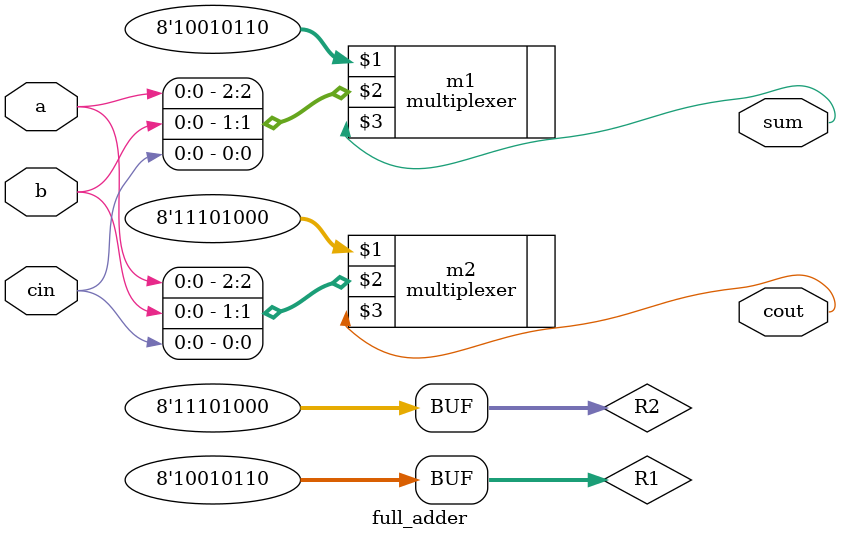
<source format=v>
`include "multiplexer.v"
module full_adder(a,b,cin,sum,cout);
input a;
input b;
input cin;
output sum;
output cout;

wire [7:0] R1;
wire [7:0] R2;

assign R1 = 8'b1001_0110;
multiplexer m1(R1,{a,b,cin}, sum);
assign R2 = 8'b1110_1000;
multiplexer m2(R2,{a,b,cin}, cout);

endmodule
</source>
